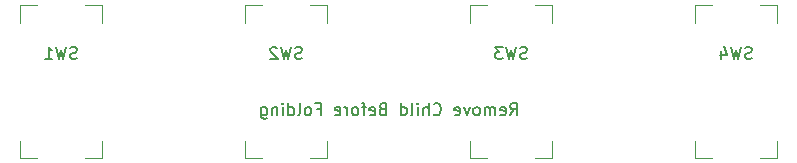
<source format=gbr>
%TF.GenerationSoftware,KiCad,Pcbnew,(6.0.0)*%
%TF.CreationDate,2022-04-04T18:39:18-04:00*%
%TF.ProjectId,SweetBusinessDaughtercard,53776565-7442-4757-9369-6e6573734461,rev?*%
%TF.SameCoordinates,Original*%
%TF.FileFunction,Legend,Bot*%
%TF.FilePolarity,Positive*%
%FSLAX46Y46*%
G04 Gerber Fmt 4.6, Leading zero omitted, Abs format (unit mm)*
G04 Created by KiCad (PCBNEW (6.0.0)) date 2022-04-04 18:39:18*
%MOMM*%
%LPD*%
G01*
G04 APERTURE LIST*
%ADD10C,0.150000*%
%ADD11C,0.120000*%
G04 APERTURE END LIST*
D10*
X137230095Y-68710580D02*
X137563428Y-68234390D01*
X137801523Y-68710580D02*
X137801523Y-67710580D01*
X137420571Y-67710580D01*
X137325333Y-67758200D01*
X137277714Y-67805819D01*
X137230095Y-67901057D01*
X137230095Y-68043914D01*
X137277714Y-68139152D01*
X137325333Y-68186771D01*
X137420571Y-68234390D01*
X137801523Y-68234390D01*
X136420571Y-68662961D02*
X136515809Y-68710580D01*
X136706285Y-68710580D01*
X136801523Y-68662961D01*
X136849142Y-68567723D01*
X136849142Y-68186771D01*
X136801523Y-68091533D01*
X136706285Y-68043914D01*
X136515809Y-68043914D01*
X136420571Y-68091533D01*
X136372952Y-68186771D01*
X136372952Y-68282009D01*
X136849142Y-68377247D01*
X135944380Y-68710580D02*
X135944380Y-68043914D01*
X135944380Y-68139152D02*
X135896761Y-68091533D01*
X135801523Y-68043914D01*
X135658666Y-68043914D01*
X135563428Y-68091533D01*
X135515809Y-68186771D01*
X135515809Y-68710580D01*
X135515809Y-68186771D02*
X135468190Y-68091533D01*
X135372952Y-68043914D01*
X135230095Y-68043914D01*
X135134857Y-68091533D01*
X135087238Y-68186771D01*
X135087238Y-68710580D01*
X134468190Y-68710580D02*
X134563428Y-68662961D01*
X134611047Y-68615342D01*
X134658666Y-68520104D01*
X134658666Y-68234390D01*
X134611047Y-68139152D01*
X134563428Y-68091533D01*
X134468190Y-68043914D01*
X134325333Y-68043914D01*
X134230095Y-68091533D01*
X134182476Y-68139152D01*
X134134857Y-68234390D01*
X134134857Y-68520104D01*
X134182476Y-68615342D01*
X134230095Y-68662961D01*
X134325333Y-68710580D01*
X134468190Y-68710580D01*
X133801523Y-68043914D02*
X133563428Y-68710580D01*
X133325333Y-68043914D01*
X132563428Y-68662961D02*
X132658666Y-68710580D01*
X132849142Y-68710580D01*
X132944380Y-68662961D01*
X132992000Y-68567723D01*
X132992000Y-68186771D01*
X132944380Y-68091533D01*
X132849142Y-68043914D01*
X132658666Y-68043914D01*
X132563428Y-68091533D01*
X132515809Y-68186771D01*
X132515809Y-68282009D01*
X132992000Y-68377247D01*
X130753904Y-68615342D02*
X130801523Y-68662961D01*
X130944380Y-68710580D01*
X131039619Y-68710580D01*
X131182476Y-68662961D01*
X131277714Y-68567723D01*
X131325333Y-68472485D01*
X131372952Y-68282009D01*
X131372952Y-68139152D01*
X131325333Y-67948676D01*
X131277714Y-67853438D01*
X131182476Y-67758200D01*
X131039619Y-67710580D01*
X130944380Y-67710580D01*
X130801523Y-67758200D01*
X130753904Y-67805819D01*
X130325333Y-68710580D02*
X130325333Y-67710580D01*
X129896761Y-68710580D02*
X129896761Y-68186771D01*
X129944380Y-68091533D01*
X130039619Y-68043914D01*
X130182476Y-68043914D01*
X130277714Y-68091533D01*
X130325333Y-68139152D01*
X129420571Y-68710580D02*
X129420571Y-68043914D01*
X129420571Y-67710580D02*
X129468190Y-67758200D01*
X129420571Y-67805819D01*
X129372952Y-67758200D01*
X129420571Y-67710580D01*
X129420571Y-67805819D01*
X128801523Y-68710580D02*
X128896761Y-68662961D01*
X128944380Y-68567723D01*
X128944380Y-67710580D01*
X127992000Y-68710580D02*
X127992000Y-67710580D01*
X127992000Y-68662961D02*
X128087238Y-68710580D01*
X128277714Y-68710580D01*
X128372952Y-68662961D01*
X128420571Y-68615342D01*
X128468190Y-68520104D01*
X128468190Y-68234390D01*
X128420571Y-68139152D01*
X128372952Y-68091533D01*
X128277714Y-68043914D01*
X128087238Y-68043914D01*
X127992000Y-68091533D01*
X126420571Y-68186771D02*
X126277714Y-68234390D01*
X126230095Y-68282009D01*
X126182476Y-68377247D01*
X126182476Y-68520104D01*
X126230095Y-68615342D01*
X126277714Y-68662961D01*
X126372952Y-68710580D01*
X126753904Y-68710580D01*
X126753904Y-67710580D01*
X126420571Y-67710580D01*
X126325333Y-67758200D01*
X126277714Y-67805819D01*
X126230095Y-67901057D01*
X126230095Y-67996295D01*
X126277714Y-68091533D01*
X126325333Y-68139152D01*
X126420571Y-68186771D01*
X126753904Y-68186771D01*
X125372952Y-68662961D02*
X125468190Y-68710580D01*
X125658666Y-68710580D01*
X125753904Y-68662961D01*
X125801523Y-68567723D01*
X125801523Y-68186771D01*
X125753904Y-68091533D01*
X125658666Y-68043914D01*
X125468190Y-68043914D01*
X125372952Y-68091533D01*
X125325333Y-68186771D01*
X125325333Y-68282009D01*
X125801523Y-68377247D01*
X125039619Y-68043914D02*
X124658666Y-68043914D01*
X124896761Y-68710580D02*
X124896761Y-67853438D01*
X124849142Y-67758200D01*
X124753904Y-67710580D01*
X124658666Y-67710580D01*
X124182476Y-68710580D02*
X124277714Y-68662961D01*
X124325333Y-68615342D01*
X124372952Y-68520104D01*
X124372952Y-68234390D01*
X124325333Y-68139152D01*
X124277714Y-68091533D01*
X124182476Y-68043914D01*
X124039619Y-68043914D01*
X123944380Y-68091533D01*
X123896761Y-68139152D01*
X123849142Y-68234390D01*
X123849142Y-68520104D01*
X123896761Y-68615342D01*
X123944380Y-68662961D01*
X124039619Y-68710580D01*
X124182476Y-68710580D01*
X123420571Y-68710580D02*
X123420571Y-68043914D01*
X123420571Y-68234390D02*
X123372952Y-68139152D01*
X123325333Y-68091533D01*
X123230095Y-68043914D01*
X123134857Y-68043914D01*
X122420571Y-68662961D02*
X122515809Y-68710580D01*
X122706285Y-68710580D01*
X122801523Y-68662961D01*
X122849142Y-68567723D01*
X122849142Y-68186771D01*
X122801523Y-68091533D01*
X122706285Y-68043914D01*
X122515809Y-68043914D01*
X122420571Y-68091533D01*
X122372952Y-68186771D01*
X122372952Y-68282009D01*
X122849142Y-68377247D01*
X120849142Y-68186771D02*
X121182476Y-68186771D01*
X121182476Y-68710580D02*
X121182476Y-67710580D01*
X120706285Y-67710580D01*
X120182476Y-68710580D02*
X120277714Y-68662961D01*
X120325333Y-68615342D01*
X120372952Y-68520104D01*
X120372952Y-68234390D01*
X120325333Y-68139152D01*
X120277714Y-68091533D01*
X120182476Y-68043914D01*
X120039619Y-68043914D01*
X119944380Y-68091533D01*
X119896761Y-68139152D01*
X119849142Y-68234390D01*
X119849142Y-68520104D01*
X119896761Y-68615342D01*
X119944380Y-68662961D01*
X120039619Y-68710580D01*
X120182476Y-68710580D01*
X119277714Y-68710580D02*
X119372952Y-68662961D01*
X119420571Y-68567723D01*
X119420571Y-67710580D01*
X118468190Y-68710580D02*
X118468190Y-67710580D01*
X118468190Y-68662961D02*
X118563428Y-68710580D01*
X118753904Y-68710580D01*
X118849142Y-68662961D01*
X118896761Y-68615342D01*
X118944380Y-68520104D01*
X118944380Y-68234390D01*
X118896761Y-68139152D01*
X118849142Y-68091533D01*
X118753904Y-68043914D01*
X118563428Y-68043914D01*
X118468190Y-68091533D01*
X117992000Y-68710580D02*
X117992000Y-68043914D01*
X117992000Y-67710580D02*
X118039619Y-67758200D01*
X117992000Y-67805819D01*
X117944380Y-67758200D01*
X117992000Y-67710580D01*
X117992000Y-67805819D01*
X117515809Y-68043914D02*
X117515809Y-68710580D01*
X117515809Y-68139152D02*
X117468190Y-68091533D01*
X117372952Y-68043914D01*
X117230095Y-68043914D01*
X117134857Y-68091533D01*
X117087238Y-68186771D01*
X117087238Y-68710580D01*
X116182476Y-68043914D02*
X116182476Y-68853438D01*
X116230095Y-68948676D01*
X116277714Y-68996295D01*
X116372952Y-69043914D01*
X116515809Y-69043914D01*
X116611047Y-68996295D01*
X116182476Y-68662961D02*
X116277714Y-68710580D01*
X116468190Y-68710580D01*
X116563428Y-68662961D01*
X116611047Y-68615342D01*
X116658666Y-68520104D01*
X116658666Y-68234390D01*
X116611047Y-68139152D01*
X116563428Y-68091533D01*
X116468190Y-68043914D01*
X116277714Y-68043914D01*
X116182476Y-68091533D01*
%TO.C,SW3*%
X138643433Y-63900761D02*
X138500576Y-63948380D01*
X138262480Y-63948380D01*
X138167242Y-63900761D01*
X138119623Y-63853142D01*
X138072004Y-63757904D01*
X138072004Y-63662666D01*
X138119623Y-63567428D01*
X138167242Y-63519809D01*
X138262480Y-63472190D01*
X138452957Y-63424571D01*
X138548195Y-63376952D01*
X138595814Y-63329333D01*
X138643433Y-63234095D01*
X138643433Y-63138857D01*
X138595814Y-63043619D01*
X138548195Y-62996000D01*
X138452957Y-62948380D01*
X138214861Y-62948380D01*
X138072004Y-62996000D01*
X137738671Y-62948380D02*
X137500576Y-63948380D01*
X137310100Y-63234095D01*
X137119623Y-63948380D01*
X136881528Y-62948380D01*
X136595814Y-62948380D02*
X135976766Y-62948380D01*
X136310100Y-63329333D01*
X136167242Y-63329333D01*
X136072004Y-63376952D01*
X136024385Y-63424571D01*
X135976766Y-63519809D01*
X135976766Y-63757904D01*
X136024385Y-63853142D01*
X136072004Y-63900761D01*
X136167242Y-63948380D01*
X136452957Y-63948380D01*
X136548195Y-63900761D01*
X136595814Y-63853142D01*
%TO.C,SW4*%
X157692233Y-63900761D02*
X157549376Y-63948380D01*
X157311280Y-63948380D01*
X157216042Y-63900761D01*
X157168423Y-63853142D01*
X157120804Y-63757904D01*
X157120804Y-63662666D01*
X157168423Y-63567428D01*
X157216042Y-63519809D01*
X157311280Y-63472190D01*
X157501757Y-63424571D01*
X157596995Y-63376952D01*
X157644614Y-63329333D01*
X157692233Y-63234095D01*
X157692233Y-63138857D01*
X157644614Y-63043619D01*
X157596995Y-62996000D01*
X157501757Y-62948380D01*
X157263661Y-62948380D01*
X157120804Y-62996000D01*
X156787471Y-62948380D02*
X156549376Y-63948380D01*
X156358900Y-63234095D01*
X156168423Y-63948380D01*
X155930328Y-62948380D01*
X155120804Y-63281714D02*
X155120804Y-63948380D01*
X155358900Y-62900761D02*
X155596995Y-63615047D01*
X154977947Y-63615047D01*
%TO.C,SW1*%
X100545833Y-63900761D02*
X100402976Y-63948380D01*
X100164880Y-63948380D01*
X100069642Y-63900761D01*
X100022023Y-63853142D01*
X99974404Y-63757904D01*
X99974404Y-63662666D01*
X100022023Y-63567428D01*
X100069642Y-63519809D01*
X100164880Y-63472190D01*
X100355357Y-63424571D01*
X100450595Y-63376952D01*
X100498214Y-63329333D01*
X100545833Y-63234095D01*
X100545833Y-63138857D01*
X100498214Y-63043619D01*
X100450595Y-62996000D01*
X100355357Y-62948380D01*
X100117261Y-62948380D01*
X99974404Y-62996000D01*
X99641071Y-62948380D02*
X99402976Y-63948380D01*
X99212500Y-63234095D01*
X99022023Y-63948380D01*
X98783928Y-62948380D01*
X97879166Y-63948380D02*
X98450595Y-63948380D01*
X98164880Y-63948380D02*
X98164880Y-62948380D01*
X98260119Y-63091238D01*
X98355357Y-63186476D01*
X98450595Y-63234095D01*
%TO.C,SW2*%
X119594633Y-63900761D02*
X119451776Y-63948380D01*
X119213680Y-63948380D01*
X119118442Y-63900761D01*
X119070823Y-63853142D01*
X119023204Y-63757904D01*
X119023204Y-63662666D01*
X119070823Y-63567428D01*
X119118442Y-63519809D01*
X119213680Y-63472190D01*
X119404157Y-63424571D01*
X119499395Y-63376952D01*
X119547014Y-63329333D01*
X119594633Y-63234095D01*
X119594633Y-63138857D01*
X119547014Y-63043619D01*
X119499395Y-62996000D01*
X119404157Y-62948380D01*
X119166061Y-62948380D01*
X119023204Y-62996000D01*
X118689871Y-62948380D02*
X118451776Y-63948380D01*
X118261300Y-63234095D01*
X118070823Y-63948380D01*
X117832728Y-62948380D01*
X117499395Y-63043619D02*
X117451776Y-62996000D01*
X117356538Y-62948380D01*
X117118442Y-62948380D01*
X117023204Y-62996000D01*
X116975585Y-63043619D01*
X116927966Y-63138857D01*
X116927966Y-63234095D01*
X116975585Y-63376952D01*
X117547014Y-63948380D01*
X116927966Y-63948380D01*
D11*
%TO.C,SW3*%
X133810100Y-60877100D02*
X133810100Y-59377100D01*
X135310100Y-72377100D02*
X133810100Y-72377100D01*
X133810100Y-72377100D02*
X133810100Y-70877100D01*
X140810100Y-59377100D02*
X140810100Y-60877100D01*
X140810100Y-72377100D02*
X139310100Y-72377100D01*
X140810100Y-70877100D02*
X140810100Y-72377100D01*
X140810100Y-59377100D02*
X139310100Y-59377100D01*
X133810100Y-59377100D02*
X135310100Y-59377100D01*
%TO.C,SW4*%
X152858900Y-60877100D02*
X152858900Y-59377100D01*
X154358900Y-72377100D02*
X152858900Y-72377100D01*
X152858900Y-72377100D02*
X152858900Y-70877100D01*
X159858900Y-59377100D02*
X159858900Y-60877100D01*
X159858900Y-72377100D02*
X158358900Y-72377100D01*
X159858900Y-70877100D02*
X159858900Y-72377100D01*
X159858900Y-59377100D02*
X158358900Y-59377100D01*
X152858900Y-59377100D02*
X154358900Y-59377100D01*
%TO.C,SW1*%
X95712500Y-60877100D02*
X95712500Y-59377100D01*
X97212500Y-72377100D02*
X95712500Y-72377100D01*
X95712500Y-72377100D02*
X95712500Y-70877100D01*
X102712500Y-59377100D02*
X102712500Y-60877100D01*
X102712500Y-72377100D02*
X101212500Y-72377100D01*
X102712500Y-70877100D02*
X102712500Y-72377100D01*
X102712500Y-59377100D02*
X101212500Y-59377100D01*
X95712500Y-59377100D02*
X97212500Y-59377100D01*
%TO.C,SW2*%
X114761300Y-60877100D02*
X114761300Y-59377100D01*
X116261300Y-72377100D02*
X114761300Y-72377100D01*
X114761300Y-72377100D02*
X114761300Y-70877100D01*
X121761300Y-59377100D02*
X121761300Y-60877100D01*
X121761300Y-72377100D02*
X120261300Y-72377100D01*
X121761300Y-70877100D02*
X121761300Y-72377100D01*
X121761300Y-59377100D02*
X120261300Y-59377100D01*
X114761300Y-59377100D02*
X116261300Y-59377100D01*
%TD*%
M02*

</source>
